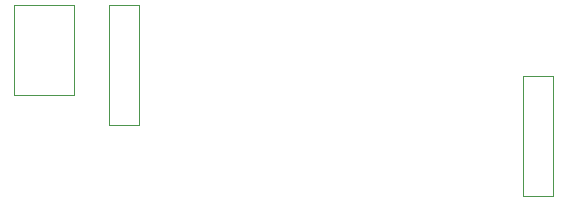
<source format=gbr>
G04*
G04 #@! TF.GenerationSoftware,Altium Limited,Altium Designer,24.10.1 (45)*
G04*
G04 Layer_Color=32768*
%FSLAX25Y25*%
%MOIN*%
G70*
G04*
G04 #@! TF.SameCoordinates,82B40839-DE60-4B9F-80D9-4B01C0AB2508*
G04*
G04*
G04 #@! TF.FilePolarity,Positive*
G04*
G01*
G75*
%ADD61C,0.00394*%
D61*
X62000Y136500D02*
X72000D01*
X62000Y176500D02*
X72000D01*
X62000Y136500D02*
Y176500D01*
X72000Y136500D02*
Y176500D01*
X30500Y146500D02*
Y176500D01*
X50500D01*
Y146500D02*
Y176500D01*
X30500Y146500D02*
X50500D01*
X200000Y153000D02*
X210000D01*
X200000Y113000D02*
X210000D01*
Y153000D01*
X200000Y113000D02*
Y153000D01*
M02*

</source>
